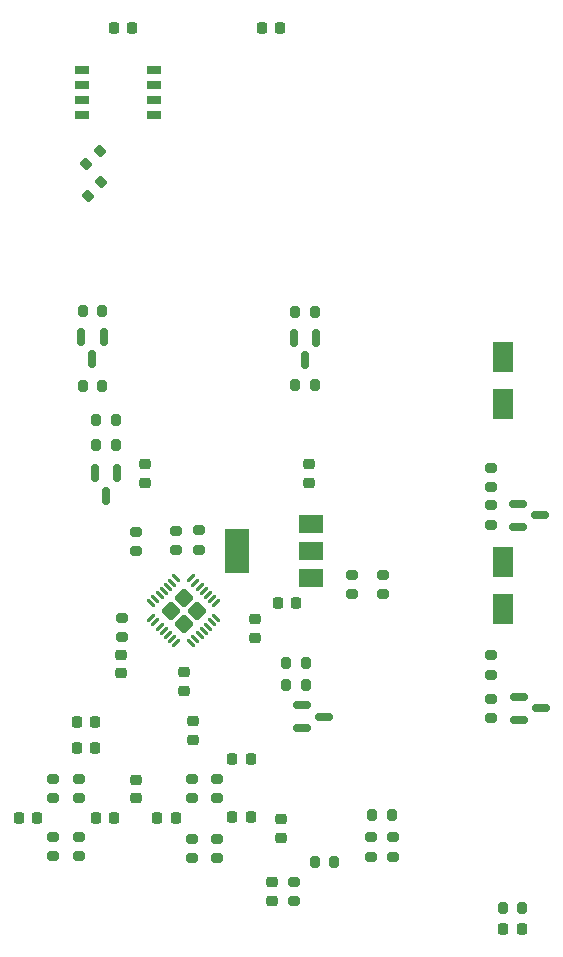
<source format=gtp>
G04 #@! TF.GenerationSoftware,KiCad,Pcbnew,(6.0.7)*
G04 #@! TF.CreationDate,2022-10-09T19:58:45-04:00*
G04 #@! TF.ProjectId,mh-custom-v2,6d682d63-7573-4746-9f6d-2d76322e6b69,rev?*
G04 #@! TF.SameCoordinates,Original*
G04 #@! TF.FileFunction,Paste,Top*
G04 #@! TF.FilePolarity,Positive*
%FSLAX46Y46*%
G04 Gerber Fmt 4.6, Leading zero omitted, Abs format (unit mm)*
G04 Created by KiCad (PCBNEW (6.0.7)) date 2022-10-09 19:58:45*
%MOMM*%
%LPD*%
G01*
G04 APERTURE LIST*
G04 Aperture macros list*
%AMRoundRect*
0 Rectangle with rounded corners*
0 $1 Rounding radius*
0 $2 $3 $4 $5 $6 $7 $8 $9 X,Y pos of 4 corners*
0 Add a 4 corners polygon primitive as box body*
4,1,4,$2,$3,$4,$5,$6,$7,$8,$9,$2,$3,0*
0 Add four circle primitives for the rounded corners*
1,1,$1+$1,$2,$3*
1,1,$1+$1,$4,$5*
1,1,$1+$1,$6,$7*
1,1,$1+$1,$8,$9*
0 Add four rect primitives between the rounded corners*
20,1,$1+$1,$2,$3,$4,$5,0*
20,1,$1+$1,$4,$5,$6,$7,0*
20,1,$1+$1,$6,$7,$8,$9,0*
20,1,$1+$1,$8,$9,$2,$3,0*%
G04 Aperture macros list end*
%ADD10RoundRect,0.218750X0.218750X0.256250X-0.218750X0.256250X-0.218750X-0.256250X0.218750X-0.256250X0*%
%ADD11RoundRect,0.200000X-0.200000X-0.275000X0.200000X-0.275000X0.200000X0.275000X-0.200000X0.275000X0*%
%ADD12RoundRect,0.200000X-0.053033X0.335876X-0.335876X0.053033X0.053033X-0.335876X0.335876X-0.053033X0*%
%ADD13RoundRect,0.200000X-0.275000X0.200000X-0.275000X-0.200000X0.275000X-0.200000X0.275000X0.200000X0*%
%ADD14RoundRect,0.200000X0.200000X0.275000X-0.200000X0.275000X-0.200000X-0.275000X0.200000X-0.275000X0*%
%ADD15RoundRect,0.218750X-0.256250X0.218750X-0.256250X-0.218750X0.256250X-0.218750X0.256250X0.218750X0*%
%ADD16RoundRect,0.200000X0.275000X-0.200000X0.275000X0.200000X-0.275000X0.200000X-0.275000X-0.200000X0*%
%ADD17RoundRect,0.218750X0.256250X-0.218750X0.256250X0.218750X-0.256250X0.218750X-0.256250X-0.218750X0*%
%ADD18RoundRect,0.250000X0.000000X-0.544472X0.544472X0.000000X0.000000X0.544472X-0.544472X0.000000X0*%
%ADD19RoundRect,0.062500X-0.238649X-0.327037X0.327037X0.238649X0.238649X0.327037X-0.327037X-0.238649X0*%
%ADD20RoundRect,0.062500X0.238649X-0.327037X0.327037X-0.238649X-0.238649X0.327037X-0.327037X0.238649X0*%
%ADD21RoundRect,0.150000X-0.150000X0.587500X-0.150000X-0.587500X0.150000X-0.587500X0.150000X0.587500X0*%
%ADD22RoundRect,0.218750X-0.218750X-0.256250X0.218750X-0.256250X0.218750X0.256250X-0.218750X0.256250X0*%
%ADD23R,2.000000X1.500000*%
%ADD24R,2.000000X3.800000*%
%ADD25R,1.250000X0.760000*%
%ADD26R,1.800000X2.500000*%
%ADD27RoundRect,0.200000X0.053033X-0.335876X0.335876X-0.053033X-0.053033X0.335876X-0.335876X0.053033X0*%
%ADD28RoundRect,0.150000X-0.587500X-0.150000X0.587500X-0.150000X0.587500X0.150000X-0.587500X0.150000X0*%
G04 APERTURE END LIST*
D10*
X57617500Y-27750000D03*
X56042500Y-27750000D03*
D11*
X58120000Y-83340000D03*
X59770000Y-83340000D03*
D12*
X42478363Y-40786637D03*
X41311637Y-41953363D03*
D13*
X58745000Y-100035000D03*
X58745000Y-101685000D03*
D14*
X42540000Y-58020000D03*
X40890000Y-58020000D03*
D13*
X75455000Y-68135000D03*
X75455000Y-69785000D03*
D10*
X48752500Y-94590000D03*
X47177500Y-94590000D03*
D15*
X57672500Y-94712500D03*
X57672500Y-96287500D03*
D10*
X41972500Y-88680000D03*
X40397500Y-88680000D03*
D13*
X75455000Y-64965000D03*
X75455000Y-66615000D03*
D16*
X48812200Y-71942000D03*
X48812200Y-70292000D03*
D14*
X43680000Y-60930000D03*
X42030000Y-60930000D03*
D10*
X55142500Y-94570000D03*
X53567500Y-94570000D03*
D17*
X44175000Y-82387500D03*
X44175000Y-80812500D03*
D14*
X78110000Y-102210000D03*
X76460000Y-102210000D03*
D13*
X67145000Y-96240000D03*
X67145000Y-97890000D03*
X65267500Y-96250000D03*
X65267500Y-97900000D03*
D18*
X50558387Y-77089664D03*
X48338071Y-77089664D03*
X49448229Y-78199822D03*
X49448229Y-75979506D03*
D19*
X46699351Y-77717221D03*
X47052905Y-78070775D03*
X47406458Y-78424328D03*
X47760012Y-78777881D03*
X48113565Y-79131435D03*
X48467118Y-79484988D03*
X48820672Y-79838542D03*
D20*
X50075786Y-79838542D03*
X50429340Y-79484988D03*
X50782893Y-79131435D03*
X51136446Y-78777881D03*
X51490000Y-78424328D03*
X51843553Y-78070775D03*
X52197107Y-77717221D03*
D19*
X52197107Y-76462107D03*
X51843553Y-76108553D03*
X51490000Y-75755000D03*
X51136446Y-75401447D03*
X50782893Y-75047893D03*
X50429340Y-74694340D03*
X50075786Y-74340786D03*
D20*
X48820672Y-74340786D03*
X48467118Y-74694340D03*
X48113565Y-75047893D03*
X47760012Y-75401447D03*
X47406458Y-75755000D03*
X47052905Y-76108553D03*
X46699351Y-76462107D03*
D13*
X52285000Y-96375000D03*
X52285000Y-98025000D03*
D16*
X63695000Y-75685000D03*
X63695000Y-74035000D03*
D17*
X46155000Y-66267500D03*
X46155000Y-64692500D03*
D21*
X60655000Y-53962500D03*
X58755000Y-53962500D03*
X59705000Y-55837500D03*
D16*
X66355000Y-75685000D03*
X66355000Y-74035000D03*
D17*
X50245000Y-88017500D03*
X50245000Y-86442500D03*
D16*
X38410000Y-92950000D03*
X38410000Y-91300000D03*
D13*
X40620000Y-91300000D03*
X40620000Y-92950000D03*
D16*
X50732200Y-71932000D03*
X50732200Y-70282000D03*
D13*
X75495000Y-80865000D03*
X75495000Y-82515000D03*
D22*
X57397500Y-76460000D03*
X58972500Y-76460000D03*
D17*
X60015000Y-66267500D03*
X60015000Y-64692500D03*
D23*
X60225000Y-74310000D03*
D24*
X53925000Y-72010000D03*
D23*
X60225000Y-72010000D03*
X60225000Y-69710000D03*
D11*
X58870000Y-51800000D03*
X60520000Y-51800000D03*
D15*
X56915000Y-100052500D03*
X56915000Y-101627500D03*
D16*
X44195000Y-79335000D03*
X44195000Y-77685000D03*
D13*
X75495000Y-84525000D03*
X75495000Y-86175000D03*
D16*
X50122500Y-98025000D03*
X50122500Y-96375000D03*
D10*
X55142500Y-89670000D03*
X53567500Y-89670000D03*
D25*
X46950000Y-35130000D03*
X46950000Y-33860000D03*
X46950000Y-32590000D03*
X46950000Y-31320000D03*
X40800000Y-31320000D03*
X40800000Y-32590000D03*
X40800000Y-33860000D03*
X40800000Y-35130000D03*
D16*
X45372800Y-72062000D03*
X45372800Y-70412000D03*
D26*
X76485000Y-55570000D03*
X76485000Y-59570000D03*
D13*
X40620000Y-96225000D03*
X40620000Y-97875000D03*
D11*
X58120000Y-81500000D03*
X59770000Y-81500000D03*
D26*
X76485000Y-72910000D03*
X76485000Y-76910000D03*
D10*
X43572500Y-94587500D03*
X41997500Y-94587500D03*
D21*
X43805000Y-65452500D03*
X41905000Y-65452500D03*
X42855000Y-67327500D03*
D17*
X45395000Y-92947500D03*
X45395000Y-91372500D03*
D11*
X40890000Y-51660000D03*
X42540000Y-51660000D03*
D17*
X55475000Y-79367500D03*
X55475000Y-77792500D03*
D11*
X65420000Y-94360000D03*
X67070000Y-94360000D03*
D27*
X41211637Y-39283363D03*
X42378363Y-38116637D03*
D13*
X52295000Y-91307500D03*
X52295000Y-92957500D03*
D21*
X42665000Y-53902500D03*
X40765000Y-53902500D03*
X41715000Y-55777500D03*
D15*
X49448229Y-82287500D03*
X49448229Y-83862500D03*
D28*
X77737500Y-68050000D03*
X77737500Y-69950000D03*
X79612500Y-69000000D03*
D22*
X76517500Y-103990000D03*
X78092500Y-103990000D03*
X43507500Y-27750000D03*
X45082500Y-27750000D03*
D11*
X42030000Y-63065000D03*
X43680000Y-63065000D03*
D14*
X60520000Y-57960000D03*
X58870000Y-57960000D03*
D28*
X59417500Y-85100000D03*
X59417500Y-87000000D03*
X61292500Y-86050000D03*
X77810000Y-84400000D03*
X77810000Y-86300000D03*
X79685000Y-85350000D03*
D16*
X50122500Y-92965000D03*
X50122500Y-91315000D03*
D14*
X62210000Y-98380000D03*
X60560000Y-98380000D03*
D16*
X38410000Y-97875000D03*
X38410000Y-96225000D03*
D10*
X41972500Y-86538965D03*
X40397500Y-86538965D03*
X37037500Y-94587500D03*
X35462500Y-94587500D03*
M02*

</source>
